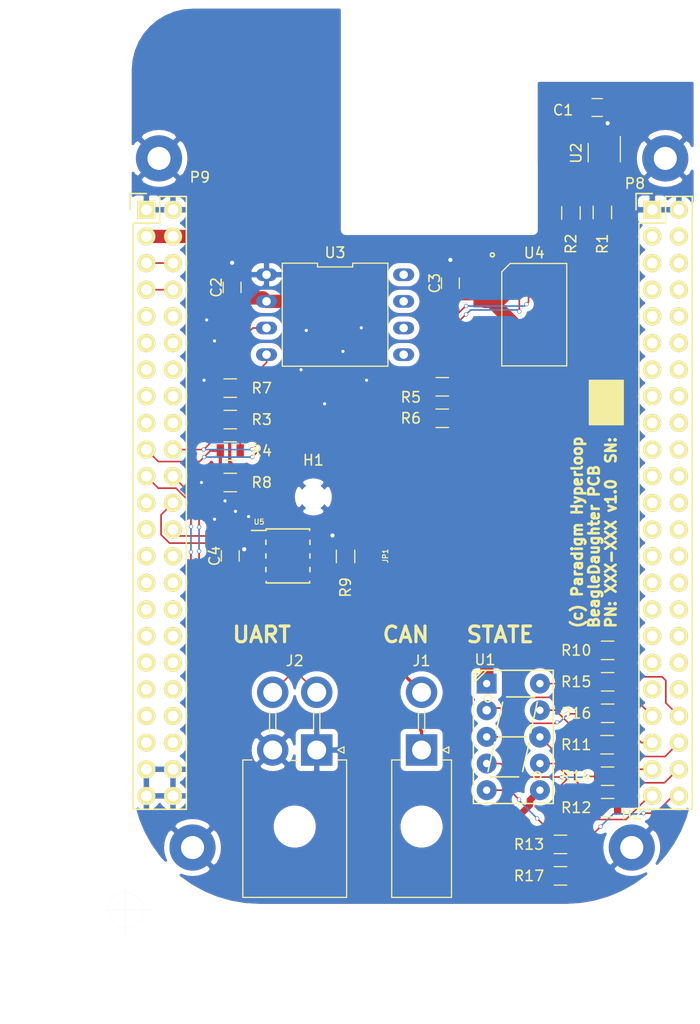
<source format=kicad_pcb>
(kicad_pcb (version 20171130) (host pcbnew "(5.1.2-1)-1")
  (layers (0 F.Cu signal) (31 B.Cu signal) (34 B.Paste user) (35 F.Paste user) (36 B.SilkS user) (37 F.SilkS user) (38 B.Mask user) (39 F.Mask user) (44 Edge.Cuts user))
  (net 0 "")
  (net 1 GNDD)
  (net 2 +3V3)
  (net 3 +5V)
  (net 4 SYS_5V)
  (net 5 /I2C2_SCL)
  (net 6 /I2C2_SDA)
  (net 7 "Net-(R1-Pad2)")
  (net 8 "Net-(R2-Pad2)")
  (net 9 "Net-(R3-Pad2)")
  (net 10 "Net-(R4-Pad2)")
  (net 11 "Net-(R5-Pad2)")
  (net 12 "Net-(R6-Pad2)")
  (net 13 /UART2_TXD)
  (net 14 /UART2_RXD)
  (net 15 /CAN_H)
  (net 16 /CAN_L)
  (net 17 "Net-(JP1-Pad1)")
  (net 18 /sevseg_F)
  (net 19 /sevseg_G)
  (net 20 /sevseg_E)
  (net 21 /sevseg_D)
  (net 22 /sevseg_DP)
  (net 23 /sevseg_C)
  (net 24 /sevseg_B)
  (net 25 /sevseg_A)
  (net 26 /CAN_RD)
  (net 27 /CAN_TD)
  (net 28 "Net-(R10-Pad1)")
  (net 29 "Net-(R11-Pad1)")
  (net 30 "Net-(R12-Pad1)")
  (net 31 "Net-(R13-Pad1)")
  (net 32 "Net-(R14-Pad1)")
  (net 33 "Net-(R15-Pad1)")
  (net 34 "Net-(R16-Pad1)")
  (net 35 "Net-(R17-Pad1)")
  (module Socket_BeagleBone_Black:Socket_BeagleBone_Black (layer F.Cu) (at 164.6301 62.3824)
    (fp_text reference P8 (at -1.66 -2.5) (layer F.SilkS))
    (fp_text value BeagleBone_Black_Header)
    (pad 1 thru_hole rect (at 0 0) (size 1.7272 1.7272) (drill 1.016) (layers *.Cu *.Mask F.SilkS) (net 1 GNDD))
    (pad 2 thru_hole oval (at 2.54 0) (size 1.7272 1.7272) (drill 1.016) (layers *.Cu *.Mask F.SilkS) (net 1 GNDD))
    (pad 3 thru_hole oval (at 0 2.54) (size 1.7272 1.7272) (drill 1.016) (layers *.Cu *.Mask F.SilkS))
    (pad 4 thru_hole oval (at 2.54 2.54) (size 1.7272 1.7272) (drill 1.016) (layers *.Cu *.Mask F.SilkS))
    (pad 5 thru_hole oval (at 0 5.08) (size 1.7272 1.7272) (drill 1.016) (layers *.Cu *.Mask F.SilkS))
    (pad 6 thru_hole oval (at 2.54 5.08) (size 1.7272 1.7272) (drill 1.016) (layers *.Cu *.Mask F.SilkS))
    (pad 7 thru_hole oval (at 0 7.62) (size 1.7272 1.7272) (drill 1.016) (layers *.Cu *.Mask F.SilkS))
    (pad 8 thru_hole oval (at 2.54 7.62) (size 1.7272 1.7272) (drill 1.016) (layers *.Cu *.Mask F.SilkS))
    (pad 9 thru_hole oval (at 0 10.16) (size 1.7272 1.7272) (drill 1.016) (layers *.Cu *.Mask F.SilkS))
    (pad 10 thru_hole oval (at 2.54 10.16) (size 1.7272 1.7272) (drill 1.016) (layers *.Cu *.Mask F.SilkS))
    (pad 11 thru_hole oval (at 0 12.7) (size 1.7272 1.7272) (drill 1.016) (layers *.Cu *.Mask F.SilkS))
    (pad 12 thru_hole oval (at 2.54 12.7) (size 1.7272 1.7272) (drill 1.016) (layers *.Cu *.Mask F.SilkS))
    (pad 13 thru_hole oval (at 0 15.24) (size 1.7272 1.7272) (drill 1.016) (layers *.Cu *.Mask F.SilkS))
    (pad 14 thru_hole oval (at 2.54 15.24) (size 1.7272 1.7272) (drill 1.016) (layers *.Cu *.Mask F.SilkS))
    (pad 15 thru_hole oval (at 0 17.78) (size 1.7272 1.7272) (drill 1.016) (layers *.Cu *.Mask F.SilkS))
    (pad 16 thru_hole oval (at 2.54 17.78) (size 1.7272 1.7272) (drill 1.016) (layers *.Cu *.Mask F.SilkS))
    (pad 17 thru_hole oval (at 0 20.32) (size 1.7272 1.7272) (drill 1.016) (layers *.Cu *.Mask F.SilkS))
    (pad 18 thru_hole oval (at 2.54 20.32) (size 1.7272 1.7272) (drill 1.016) (layers *.Cu *.Mask F.SilkS))
    (pad 19 thru_hole oval (at 0 22.86) (size 1.7272 1.7272) (drill 1.016) (layers *.Cu *.Mask F.SilkS))
    (pad 20 thru_hole oval (at 2.54 22.86) (size 1.7272 1.7272) (drill 1.016) (layers *.Cu *.Mask F.SilkS))
    (pad 21 thru_hole oval (at 0 25.4) (size 1.7272 1.7272) (drill 1.016) (layers *.Cu *.Mask F.SilkS))
    (pad 22 thru_hole oval (at 2.54 25.4) (size 1.7272 1.7272) (drill 1.016) (layers *.Cu *.Mask F.SilkS))
    (pad 23 thru_hole oval (at 0 27.94) (size 1.7272 1.7272) (drill 1.016) (layers *.Cu *.Mask F.SilkS))
    (pad 24 thru_hole oval (at 2.54 27.94) (size 1.7272 1.7272) (drill 1.016) (layers *.Cu *.Mask F.SilkS))
    (pad 25 thru_hole oval (at 0 30.48) (size 1.7272 1.7272) (drill 1.016) (layers *.Cu *.Mask F.SilkS))
    (pad 26 thru_hole oval (at 2.54 30.48) (size 1.7272 1.7272) (drill 1.016) (layers *.Cu *.Mask F.SilkS))
    (pad 27 thru_hole oval (at 0 33.02) (size 1.7272 1.7272) (drill 1.016) (layers *.Cu *.Mask F.SilkS))
    (pad 28 thru_hole oval (at 2.54 33.02) (size 1.7272 1.7272) (drill 1.016) (layers *.Cu *.Mask F.SilkS))
    (pad 29 thru_hole oval (at 0 35.56) (size 1.7272 1.7272) (drill 1.016) (layers *.Cu *.Mask F.SilkS))
    (pad 30 thru_hole oval (at 2.54 35.56) (size 1.7272 1.7272) (drill 1.016) (layers *.Cu *.Mask F.SilkS))
    (pad 31 thru_hole oval (at 0 38.1) (size 1.7272 1.7272) (drill 1.016) (layers *.Cu *.Mask F.SilkS))
    (pad 32 thru_hole oval (at 2.54 38.1) (size 1.7272 1.7272) (drill 1.016) (layers *.Cu *.Mask F.SilkS))
    (pad 33 thru_hole oval (at 0 40.64) (size 1.7272 1.7272) (drill 1.016) (layers *.Cu *.Mask F.SilkS))
    (pad 34 thru_hole oval (at 2.54 40.64) (size 1.7272 1.7272) (drill 1.016) (layers *.Cu *.Mask F.SilkS))
    (pad 35 thru_hole oval (at 0 43.18) (size 1.7272 1.7272) (drill 1.016) (layers *.Cu *.Mask F.SilkS))
    (pad 36 thru_hole oval (at 2.54 43.18) (size 1.7272 1.7272) (drill 1.016) (layers *.Cu *.Mask F.SilkS))
    (pad 37 thru_hole oval (at 0 45.72) (size 1.7272 1.7272) (drill 1.016) (layers *.Cu *.Mask F.SilkS))
    (pad 38 thru_hole oval (at 2.54 45.72) (size 1.7272 1.7272) (drill 1.016) (layers *.Cu *.Mask F.SilkS))
    (pad 39 thru_hole oval (at 0 48.26) (size 1.7272 1.7272) (drill 1.016) (layers *.Cu *.Mask F.SilkS) (net 18 /sevseg_F))
    (pad 40 thru_hole oval (at 2.54 48.26) (size 1.7272 1.7272) (drill 1.016) (layers *.Cu *.Mask F.SilkS) (net 25 /sevseg_A))
    (pad 41 thru_hole oval (at 0 50.8) (size 1.7272 1.7272) (drill 1.016) (layers *.Cu *.Mask F.SilkS) (net 19 /sevseg_G))
    (pad 42 thru_hole oval (at 2.54 50.8) (size 1.7272 1.7272) (drill 1.016) (layers *.Cu *.Mask F.SilkS) (net 24 /sevseg_B))
    (pad 43 thru_hole oval (at 0 53.34) (size 1.7272 1.7272) (drill 1.016) (layers *.Cu *.Mask F.SilkS) (net 20 /sevseg_E))
    (pad 44 thru_hole oval (at 2.54 53.34) (size 1.7272 1.7272) (drill 1.016) (layers *.Cu *.Mask F.SilkS) (net 23 /sevseg_C))
    (pad 45 thru_hole oval (at 0 55.88) (size 1.7272 1.7272) (drill 1.016) (layers *.Cu *.Mask F.SilkS) (net 21 /sevseg_D))
    (pad 46 thru_hole oval (at 2.54 55.88) (size 1.7272 1.7272) (drill 1.016) (layers *.Cu *.Mask F.SilkS) (net 22 /sevseg_DP))
  )
  (module Socket_BeagleBone_Black:Socket_BeagleBone_Black (layer F.Cu) (at 116.3701 62.3824)
    (fp_text reference P9 (at 5.1 -3.1) (layer F.SilkS))
    (fp_text value BeagleBone_Black_Header)
    (pad 1 thru_hole rect (at 0 0) (size 1.7272 1.7272) (drill 1.016) (layers *.Cu *.Mask F.SilkS) (net 1 GNDD))
    (pad 2 thru_hole oval (at 2.54 0) (size 1.7272 1.7272) (drill 1.016) (layers *.Cu *.Mask F.SilkS) (net 1 GNDD))
    (pad 3 thru_hole oval (at 0 2.54) (size 1.7272 1.7272) (drill 1.016) (layers *.Cu *.Mask F.SilkS) (net 2 +3V3))
    (pad 4 thru_hole oval (at 2.54 2.54) (size 1.7272 1.7272) (drill 1.016) (layers *.Cu *.Mask F.SilkS) (net 2 +3V3))
    (pad 5 thru_hole oval (at 0 5.08) (size 1.7272 1.7272) (drill 1.016) (layers *.Cu *.Mask F.SilkS) (net 3 +5V))
    (pad 6 thru_hole oval (at 2.54 5.08) (size 1.7272 1.7272) (drill 1.016) (layers *.Cu *.Mask F.SilkS) (net 3 +5V))
    (pad 7 thru_hole oval (at 0 7.62) (size 1.7272 1.7272) (drill 1.016) (layers *.Cu *.Mask F.SilkS) (net 4 SYS_5V))
    (pad 8 thru_hole oval (at 2.54 7.62) (size 1.7272 1.7272) (drill 1.016) (layers *.Cu *.Mask F.SilkS) (net 4 SYS_5V))
    (pad 9 thru_hole oval (at 0 10.16) (size 1.7272 1.7272) (drill 1.016) (layers *.Cu *.Mask F.SilkS))
    (pad 10 thru_hole oval (at 2.54 10.16) (size 1.7272 1.7272) (drill 1.016) (layers *.Cu *.Mask F.SilkS))
    (pad 11 thru_hole oval (at 0 12.7) (size 1.7272 1.7272) (drill 1.016) (layers *.Cu *.Mask F.SilkS))
    (pad 12 thru_hole oval (at 2.54 12.7) (size 1.7272 1.7272) (drill 1.016) (layers *.Cu *.Mask F.SilkS))
    (pad 13 thru_hole oval (at 0 15.24) (size 1.7272 1.7272) (drill 1.016) (layers *.Cu *.Mask F.SilkS))
    (pad 14 thru_hole oval (at 2.54 15.24) (size 1.7272 1.7272) (drill 1.016) (layers *.Cu *.Mask F.SilkS))
    (pad 15 thru_hole oval (at 0 17.78) (size 1.7272 1.7272) (drill 1.016) (layers *.Cu *.Mask F.SilkS))
    (pad 16 thru_hole oval (at 2.54 17.78) (size 1.7272 1.7272) (drill 1.016) (layers *.Cu *.Mask F.SilkS))
    (pad 17 thru_hole oval (at 0 20.32) (size 1.7272 1.7272) (drill 1.016) (layers *.Cu *.Mask F.SilkS))
    (pad 18 thru_hole oval (at 2.54 20.32) (size 1.7272 1.7272) (drill 1.016) (layers *.Cu *.Mask F.SilkS))
    (pad 19 thru_hole oval (at 0 22.86) (size 1.7272 1.7272) (drill 1.016) (layers *.Cu *.Mask F.SilkS) (net 5 /I2C2_SCL))
    (pad 20 thru_hole oval (at 2.54 22.86) (size 1.7272 1.7272) (drill 1.016) (layers *.Cu *.Mask F.SilkS) (net 6 /I2C2_SDA))
    (pad 21 thru_hole oval (at 0 25.4) (size 1.7272 1.7272) (drill 1.016) (layers *.Cu *.Mask F.SilkS) (net 13 /UART2_TXD))
    (pad 22 thru_hole oval (at 2.54 25.4) (size 1.7272 1.7272) (drill 1.016) (layers *.Cu *.Mask F.SilkS) (net 14 /UART2_RXD))
    (pad 23 thru_hole oval (at 0 27.94) (size 1.7272 1.7272) (drill 1.016) (layers *.Cu *.Mask F.SilkS))
    (pad 24 thru_hole oval (at 2.54 27.94) (size 1.7272 1.7272) (drill 1.016) (layers *.Cu *.Mask F.SilkS) (net 26 /CAN_RD))
    (pad 25 thru_hole oval (at 0 30.48) (size 1.7272 1.7272) (drill 1.016) (layers *.Cu *.Mask F.SilkS))
    (pad 26 thru_hole oval (at 2.54 30.48) (size 1.7272 1.7272) (drill 1.016) (layers *.Cu *.Mask F.SilkS) (net 27 /CAN_TD))
    (pad 27 thru_hole oval (at 0 33.02) (size 1.7272 1.7272) (drill 1.016) (layers *.Cu *.Mask F.SilkS))
    (pad 28 thru_hole oval (at 2.54 33.02) (size 1.7272 1.7272) (drill 1.016) (layers *.Cu *.Mask F.SilkS))
    (pad 29 thru_hole oval (at 0 35.56) (size 1.7272 1.7272) (drill 1.016) (layers *.Cu *.Mask F.SilkS))
    (pad 30 thru_hole oval (at 2.54 35.56) (size 1.7272 1.7272) (drill 1.016) (layers *.Cu *.Mask F.SilkS))
    (pad 31 thru_hole oval (at 0 38.1) (size 1.7272 1.7272) (drill 1.016) (layers *.Cu *.Mask F.SilkS))
    (pad 32 thru_hole oval (at 2.54 38.1) (size 1.7272 1.7272) (drill 1.016) (layers *.Cu *.Mask F.SilkS))
    (pad 33 thru_hole oval (at 0 40.64) (size 1.7272 1.7272) (drill 1.016) (layers *.Cu *.Mask F.SilkS))
    (pad 34 thru_hole oval (at 2.54 40.64) (size 1.7272 1.7272) (drill 1.016) (layers *.Cu *.Mask F.SilkS))
    (pad 35 thru_hole oval (at 0 43.18) (size 1.7272 1.7272) (drill 1.016) (layers *.Cu *.Mask F.SilkS))
    (pad 36 thru_hole oval (at 2.54 43.18) (size 1.7272 1.7272) (drill 1.016) (layers *.Cu *.Mask F.SilkS))
    (pad 37 thru_hole oval (at 0 45.72) (size 1.7272 1.7272) (drill 1.016) (layers *.Cu *.Mask F.SilkS))
    (pad 38 thru_hole oval (at 2.54 45.72) (size 1.7272 1.7272) (drill 1.016) (layers *.Cu *.Mask F.SilkS))
    (pad 39 thru_hole oval (at 0 48.26) (size 1.7272 1.7272) (drill 1.016) (layers *.Cu *.Mask F.SilkS))
    (pad 40 thru_hole oval (at 2.54 48.26) (size 1.7272 1.7272) (drill 1.016) (layers *.Cu *.Mask F.SilkS))
    (pad 41 thru_hole oval (at 0 50.8) (size 1.7272 1.7272) (drill 1.016) (layers *.Cu *.Mask F.SilkS))
    (pad 42 thru_hole oval (at 2.54 50.8) (size 1.7272 1.7272) (drill 1.016) (layers *.Cu *.Mask F.SilkS))
    (pad 43 thru_hole oval (at 0 53.34) (size 1.7272 1.7272) (drill 1.016) (layers *.Cu *.Mask F.SilkS) (net 1 GNDD))
    (pad 44 thru_hole oval (at 2.54 53.34) (size 1.7272 1.7272) (drill 1.016) (layers *.Cu *.Mask F.SilkS) (net 1 GNDD))
    (pad 45 thru_hole oval (at 0 55.88) (size 1.7272 1.7272) (drill 1.016) (layers *.Cu *.Mask F.SilkS) (net 1 GNDD))
    (pad 46 thru_hole oval (at 2.54 55.88) (size 1.7272 1.7272) (drill 1.016) (layers *.Cu *.Mask F.SilkS) (net 1 GNDD))
  )
  (module "BeagleCape V2-STRIDE:DIP8_2.54_W13.8" (layer F.Cu) (at 134.3701 72.3824 270)
    (fp_text reference U3 (at -5.91 0) (layer F.SilkS))
    (fp_text value HSCDANN030PA2A3)
    (pad 8 thru_hole oval (at -3.81 -6.54 270) (size 1.2 2) (drill 0.813) (layers *.Cu *.Mask))
    (pad 1 thru_hole oval (at -3.81 6.54 270) (size 1.2 2) (drill 0.813) (layers *.Cu *.Mask) (net 1 GNDD))
    (pad 7 thru_hole oval (at -1.27 -6.54 270) (size 1.2 2) (drill 0.813) (layers *.Cu *.Mask))
    (pad 2 thru_hole oval (at -1.27 6.54 270) (size 1.2 2) (drill 0.813) (layers *.Cu *.Mask) (net 2 +3V3))
    (pad 6 thru_hole oval (at 1.27 -6.54 270) (size 1.2 2) (drill 0.813) (layers *.Cu *.Mask))
    (pad 3 thru_hole oval (at 1.27 6.54 270) (size 1.2 2) (drill 0.813) (layers *.Cu *.Mask) (net 9 "Net-(R3-Pad2)"))
    (pad 5 thru_hole oval (at 3.81 -6.54 270) (size 1.2 2) (drill 0.813) (layers *.Cu *.Mask))
    (pad 4 thru_hole oval (at 3.81 6.54 270) (size 1.2 2) (drill 0.813) (layers *.Cu *.Mask) (net 10 "Net-(R4-Pad2)"))
  )
  (module "BeagleCape V2-STRIDE:SOIC-8-2.54-W9.4" (layer F.Cu) (at 153.3701 72.3824 270)
    (fp_text reference U4 (at -5.8815 0) (layer F.SilkS))
    (fp_text value HSCMAND060PA3A3)
    (pad 8 smd rect (at -3.81 -4.7 270) (size 1.143 2.2) (layers F.Cu F.Paste F.Mask))
    (pad 1 smd rect (at -3.81 4.7 270) (size 1.143 2.2) (layers F.Cu F.Paste F.Mask) (net 1 GNDD))
    (pad 7 smd rect (at -1.27 -4.7 270) (size 1.143 2.2) (layers F.Cu F.Paste F.Mask))
    (pad 2 smd rect (at -1.27 4.7 270) (size 1.143 2.2) (layers F.Cu F.Paste F.Mask) (net 2 +3V3))
    (pad 6 smd rect (at 1.27 -4.7 270) (size 1.143 2.2) (layers F.Cu F.Paste F.Mask))
    (pad 3 smd rect (at 1.27 4.7 270) (size 1.143 2.2) (layers F.Cu F.Paste F.Mask) (net 11 "Net-(R5-Pad2)"))
    (pad 5 smd rect (at 3.81 -4.7 270) (size 1.143 2.2) (layers F.Cu F.Paste F.Mask))
    (pad 4 smd rect (at 3.81 4.7 270) (size 1.143 2.2) (layers F.Cu F.Paste F.Mask) (net 12 "Net-(R6-Pad2)"))
  )
  (module Capacitors_SMD:C_0805 (layer F.Cu) (at 124.5451 69.7824 90)
    (fp_text reference C2 (at 0 -1.5 90) (layer F.SilkS))
    (fp_text value 0.1u)
    (pad 2 smd rect (at 1 0 90) (size 1 1.25) (layers F.Cu F.Paste F.Mask) (net 1 GNDD))
    (pad 1 smd rect (at -1 0 90) (size 1 1.25) (layers F.Cu F.Paste F.Mask) (net 2 +3V3))
  )
  (module Capacitors_SMD:C_0805 (layer F.Cu) (at 145.3701 69.3824 90)
    (fp_text reference C3 (at 0 -1.5 90) (layer F.SilkS))
    (fp_text value 0.1u)
    (pad 1 smd rect (at -1 0 90) (size 1 1.25) (layers F.Cu F.Paste F.Mask) (net 2 +3V3))
    (pad 2 smd rect (at 1 0 90) (size 1 1.25) (layers F.Cu F.Paste F.Mask) (net 1 GNDD))
  )
  (module Resistors_SMD:R_0805 (layer F.Cu) (at 124.3701 82.3824)
    (fp_text reference R3 (at 3 0) (layer F.SilkS))
    (fp_text value 0)
    (pad 2 smd rect (at 0.95 0) (size 0.7 1.3) (layers F.Cu F.Paste F.Mask) (net 9 "Net-(R3-Pad2)"))
    (pad 1 smd rect (at -0.95 0) (size 0.7 1.3) (layers F.Cu F.Paste F.Mask) (net 6 /I2C2_SDA))
  )
  (module Resistors_SMD:R_0805 (layer F.Cu) (at 124.3701 85.3824)
    (fp_text reference R4 (at 3 0) (layer F.SilkS))
    (fp_text value 0)
    (pad 1 smd rect (at -0.95 0) (size 0.7 1.3) (layers F.Cu F.Paste F.Mask) (net 5 /I2C2_SCL))
    (pad 2 smd rect (at 0.95 0) (size 0.7 1.3) (layers F.Cu F.Paste F.Mask) (net 10 "Net-(R4-Pad2)"))
  )
  (module Resistors_SMD:R_0805 (layer F.Cu) (at 144.5951 79.2574)
    (fp_text reference R5 (at -3 1) (layer F.SilkS))
    (fp_text value 0)
    (pad 2 smd rect (at 0.95 0) (size 0.7 1.3) (layers F.Cu F.Paste F.Mask) (net 11 "Net-(R5-Pad2)"))
    (pad 1 smd rect (at -0.95 0) (size 0.7 1.3) (layers F.Cu F.Paste F.Mask) (net 6 /I2C2_SDA))
  )
  (module Resistors_SMD:R_0805 (layer F.Cu) (at 144.5951 82.2574)
    (fp_text reference R6 (at -3 0) (layer F.SilkS))
    (fp_text value 0)
    (pad 1 smd rect (at -0.95 0) (size 0.7 1.3) (layers F.Cu F.Paste F.Mask) (net 5 /I2C2_SCL))
    (pad 2 smd rect (at 0.95 0) (size 0.7 1.3) (layers F.Cu F.Paste F.Mask) (net 12 "Net-(R6-Pad2)"))
  )
  (module Resistors_SMD:R_0805 (layer F.Cu) (at 124.3701 79.3824 180)
    (fp_text reference R7 (at -3 0) (layer F.SilkS))
    (fp_text value 4k7)
    (pad 2 smd rect (at 0.95 0 180) (size 0.7 1.3) (layers F.Cu F.Paste F.Mask) (net 6 /I2C2_SDA))
    (pad 1 smd rect (at -0.95 0 180) (size 0.7 1.3) (layers F.Cu F.Paste F.Mask) (net 2 +3V3))
  )
  (module Resistors_SMD:R_0805 (layer F.Cu) (at 124.3701 88.3824 180)
    (fp_text reference R8 (at -3 0) (layer F.SilkS))
    (fp_text value 4k7)
    (pad 1 smd rect (at -0.95 0 180) (size 0.7 1.3) (layers F.Cu F.Paste F.Mask) (net 2 +3V3))
    (pad 2 smd rect (at 0.95 0 180) (size 0.7 1.3) (layers F.Cu F.Paste F.Mask) (net 5 /I2C2_SCL))
  )
  (module Capacitors_SMD:C_0805 (layer F.Cu) (at 159.3701 52.6324)
    (fp_text reference C1 (at -3.25 0.25) (layer F.SilkS))
    (fp_text value 0.1u)
    (pad 2 smd rect (at 1 0) (size 1 1.25) (layers F.Cu F.Paste F.Mask) (net 1 GNDD))
    (pad 1 smd rect (at -1 0) (size 1 1.25) (layers F.Cu F.Paste F.Mask) (net 2 +3V3))
  )
  (module Resistors_SMD:R_0805 (layer F.Cu) (at 159.8701 62.6324 90)
    (fp_text reference R1 (at -3 0 90) (layer F.SilkS))
    (fp_text value 0)
    (pad 2 smd rect (at 0.95 0 90) (size 0.7 1.3) (layers F.Cu F.Paste F.Mask) (net 7 "Net-(R1-Pad2)"))
    (pad 1 smd rect (at -0.95 0 90) (size 0.7 1.3) (layers F.Cu F.Paste F.Mask) (net 6 /I2C2_SDA))
  )
  (module Resistors_SMD:R_0805 (layer F.Cu) (at 156.8701 62.6824 90)
    (fp_text reference R2 (at -2.95 0 90) (layer F.SilkS))
    (fp_text value 0)
    (pad 1 smd rect (at -0.95 0 90) (size 0.7 1.3) (layers F.Cu F.Paste F.Mask) (net 5 /I2C2_SCL))
    (pad 2 smd rect (at 0.95 0 90) (size 0.7 1.3) (layers F.Cu F.Paste F.Mask) (net 8 "Net-(R2-Pad2)"))
  )
  (module TO_SOT_Packages_SMD:TSOT-23-5 (layer F.Cu) (at 160.0701 56.9424 270)
    (fp_text reference U2 (at 0.04 2.7 90) (layer F.SilkS))
    (fp_text value TC74A0-3.3VCTTR)
    (pad 5 smd rect (at 1.31 -0.95 270) (size 1.22 0.65) (layers F.Cu F.Paste F.Mask) (net 7 "Net-(R1-Pad2)"))
    (pad 4 smd rect (at 1.31 0.95 270) (size 1.22 0.65) (layers F.Cu F.Paste F.Mask) (net 8 "Net-(R2-Pad2)"))
    (pad 3 smd rect (at -1.31 0.95 270) (size 1.22 0.65) (layers F.Cu F.Paste F.Mask) (net 2 +3V3))
    (pad 2 smd rect (at -1.31 0 270) (size 1.22 0.65) (layers F.Cu F.Paste F.Mask) (net 1 GNDD))
    (pad 1 smd rect (at -1.31 -0.95 270) (size 1.22 0.65) (layers F.Cu F.Paste F.Mask))
  )
  (module Displays_7-Segment:HDSP-78xx (layer F.Cu) (at 151.3701 112.6324)
    (fp_text reference U1 (at -2.7 -7.35) (layer F.SilkS))
    (fp_text value HDSP-A151)
    (pad "" thru_hole circle (at -2.54 -2.54) (size 1.397 1.397) (drill 0.8128) (layers *.Cu *.Mask))
    (pad 10 thru_hole circle (at 2.54 -5.08) (size 1.89992 1.89992) (drill 0.70104) (layers *.Cu *.Mask) (net 28 "Net-(R10-Pad1)"))
    (pad 9 thru_hole circle (at 2.54 -2.54) (size 1.89992 1.89992) (drill 0.70104) (layers *.Cu *.Mask) (net 29 "Net-(R11-Pad1)"))
    (pad 8 thru_hole circle (at 2.54 0) (size 2.032 2.032) (drill 0.70104) (layers *.Cu *.Mask) (net 30 "Net-(R12-Pad1)"))
    (pad 7 thru_hole circle (at 2.54 2.54) (size 1.89992 1.89992) (drill 0.70104) (layers *.Cu *.Mask) (net 35 "Net-(R17-Pad1)"))
    (pad 6 thru_hole circle (at 2.54 5.08) (size 1.89992 1.89992) (drill 0.70104) (layers *.Cu *.Mask) (net 2 +3V3))
    (pad 5 thru_hole circle (at -2.54 5.08) (size 1.89992 1.89992) (drill 0.70104) (layers *.Cu *.Mask) (net 31 "Net-(R13-Pad1)"))
    (pad 4 thru_hole circle (at -2.54 2.54) (size 1.89992 1.89992) (drill 0.70104) (layers *.Cu *.Mask) (net 32 "Net-(R14-Pad1)"))
    (pad 3 thru_hole circle (at -2.54 0) (size 1.89992 1.89992) (drill 0.70104) (layers *.Cu *.Mask) (net 34 "Net-(R16-Pad1)"))
    (pad 2 thru_hole circle (at -2.54 -2.54) (size 1.89992 1.89992) (drill 0.70104) (layers *.Cu *.Mask) (net 33 "Net-(R15-Pad1)"))
    (pad 1 thru_hole rect (at -2.54 -5.08) (size 1.89992 1.89992) (drill 0.70104) (layers *.Cu *.Mask) (net 2 +3V3))
  )
  (module Capacitors_SMD:C_0805 (layer F.Cu) (at 124.3701 95.3824 90)
    (fp_text reference C4 (at 0 -1.5 90) (layer F.SilkS))
    (fp_text value 0.1u)
    (pad 2 smd rect (at 1 0 90) (size 1 1.25) (layers F.Cu F.Paste F.Mask) (net 1 GNDD))
    (pad 1 smd rect (at -1 0 90) (size 1 1.25) (layers F.Cu F.Paste F.Mask) (net 2 +3V3))
  )
  (module Connectors_Molex:Molex_MiniFit-JR-5569-02A2_2x01x4.20mm_Angled (layer F.Cu) (at 142.6201 113.8824 180)
    (fp_text reference J1 (at 0 8.5) (layer F.SilkS))
    (fp_text value CAN)
    (pad "" np_thru_hole circle (at 0 -7.3 180) (size 3 3) (drill 3) (layers *.Cu *.Mask))
    (pad 2 thru_hole circle (at 0 5.5 180) (size 3 3) (drill 1.8) (layers *.Cu *.Mask) (net 15 /CAN_H))
    (pad 1 thru_hole rect (at 0 0 180) (size 3 3) (drill 1.8) (layers *.Cu *.Mask) (net 16 /CAN_L))
  )
  (module Connectors_Molex:Molex_MiniFit-JR-5569-04A2_2x02x4.20mm_Angled (layer F.Cu) (at 132.6201 113.8824 180)
    (fp_text reference J2 (at 2.1 8.5) (layer F.SilkS))
    (fp_text value Conn_01x04)
    (pad "" np_thru_hole circle (at 2.1 -7.3 180) (size 3 3) (drill 3) (layers *.Cu *.Mask))
    (pad 4 thru_hole circle (at 4.2 5.5 180) (size 3 3) (drill 1.8) (layers *.Cu *.Mask) (net 13 /UART2_TXD))
    (pad 3 thru_hole circle (at 0 5.5 180) (size 3 3) (drill 1.8) (layers *.Cu *.Mask) (net 14 /UART2_RXD))
    (pad 2 thru_hole circle (at 4.2 0 180) (size 3 3) (drill 1.8) (layers *.Cu *.Mask) (net 1 GNDD))
    (pad 1 thru_hole rect (at 0 0 180) (size 3 3) (drill 1.8) (layers *.Cu *.Mask) (net 1 GNDD))
  )
  (module µ104KiCAD:JUMPER_EGG (layer F.Cu) (at 137.8701 95.3824 270)
    (fp_text reference JP1 (at 0 -1.3 90) (layer F.SilkS) (effects (font (size 0.5 0.5) (thickness 0.1))))
    (fp_text value Open hide)
    (pad 1 smd trapezoid (at -0.94 0 90) (size 0.1 0.5) (rect_delta 0.3 0) (layers F.Cu F.Mask) (net 17 "Net-(JP1-Pad1)"))
    (pad 1 smd trapezoid (at -0.74 0 90) (size 0.3 1.1) (rect_delta 0.3 0) (layers F.Cu F.Mask) (net 17 "Net-(JP1-Pad1)"))
    (pad 1 smd trapezoid (at -0.39 0 90) (size 0.4 1.55) (rect_delta 0.15 0) (layers F.Cu F.Mask) (net 17 "Net-(JP1-Pad1)"))
    (pad 2 smd trapezoid (at 0.39 0 270) (size 0.4 1.55) (rect_delta 0.15 0) (layers F.Cu F.Mask) (net 16 /CAN_L))
    (pad 2 smd trapezoid (at 0.74 0 270) (size 0.3 1.1) (rect_delta 0.3 0) (layers F.Cu F.Mask) (net 16 /CAN_L))
    (pad 2 smd trapezoid (at 0.94 0 270) (size 0.1 0.5) (rect_delta 0.3 0) (layers F.Cu F.Mask) (net 16 /CAN_L))
  )
  (module Resistors_SMD:R_0805 (layer F.Cu) (at 135.3701 95.4324 90)
    (fp_text reference R9 (at -2.95 0 90) (layer F.SilkS))
    (fp_text value 120)
    (pad 2 smd rect (at 0.95 0 90) (size 0.7 1.3) (layers F.Cu F.Paste F.Mask) (net 15 /CAN_H))
    (pad 1 smd rect (at -0.95 0 90) (size 0.7 1.3) (layers F.Cu F.Paste F.Mask) (net 17 "Net-(JP1-Pad1)"))
  )
  (module Resistors_SMD:R_0805 (layer F.Cu) (at 160.3701 104.3824)
    (fp_text reference R10 (at -3 0 180) (layer F.SilkS))
    (fp_text value 300)
    (pad 1 smd rect (at -0.95 0) (size 0.7 1.3) (layers F.Cu F.Paste F.Mask) (net 28 "Net-(R10-Pad1)"))
    (pad 2 smd rect (at 0.95 0) (size 0.7 1.3) (layers F.Cu F.Paste F.Mask) (net 25 /sevseg_A))
  )
  (module Resistors_SMD:R_0805 (layer F.Cu) (at 160.3201 113.3824)
    (fp_text reference R11 (at -2.95 0) (layer F.SilkS))
    (fp_text value 300)
    (pad 2 smd rect (at 0.95 0) (size 0.7 1.3) (layers F.Cu F.Paste F.Mask) (net 24 /sevseg_B))
    (pad 1 smd rect (at -0.95 0) (size 0.7 1.3) (layers F.Cu F.Paste F.Mask) (net 29 "Net-(R11-Pad1)"))
  )
  (module Resistors_SMD:R_0805 (layer F.Cu) (at 160.3701 119.3824)
    (fp_text reference R12 (at -3 0) (layer F.SilkS))
    (fp_text value 300)
    (pad 1 smd rect (at -0.95 0) (size 0.7 1.3) (layers F.Cu F.Paste F.Mask) (net 30 "Net-(R12-Pad1)"))
    (pad 2 smd rect (at 0.95 0) (size 0.7 1.3) (layers F.Cu F.Paste F.Mask) (net 23 /sevseg_C))
  )
  (module Resistors_SMD:R_0805 (layer F.Cu) (at 155.8701 122.8824)
    (fp_text reference R13 (at -3 0) (layer F.SilkS))
    (fp_text value 300)
    (pad 2 smd rect (at 0.95 0) (size 0.7 1.3) (layers F.Cu F.Paste F.Mask) (net 21 /sevseg_D))
    (pad 1 smd rect (at -0.95 0) (size 0.7 1.3) (layers F.Cu F.Paste F.Mask) (net 31 "Net-(R13-Pad1)"))
  )
  (module Resistors_SMD:R_0805 (layer F.Cu) (at 160.3701 116.3824)
    (fp_text reference R14 (at -3 0) (layer F.SilkS))
    (fp_text value 300)
    (pad 1 smd rect (at -0.95 0) (size 0.7 1.3) (layers F.Cu F.Paste F.Mask) (net 32 "Net-(R14-Pad1)"))
    (pad 2 smd rect (at 0.95 0) (size 0.7 1.3) (layers F.Cu F.Paste F.Mask) (net 20 /sevseg_E))
  )
  (module Resistors_SMD:R_0805 (layer F.Cu) (at 160.3701 107.3824)
    (fp_text reference R15 (at -3 0) (layer F.SilkS))
    (fp_text value 300)
    (pad 2 smd rect (at 0.95 0) (size 0.7 1.3) (layers F.Cu F.Paste F.Mask) (net 18 /sevseg_F))
    (pad 1 smd rect (at -0.95 0) (size 0.7 1.3) (layers F.Cu F.Paste F.Mask) (net 33 "Net-(R15-Pad1)"))
  )
  (module Resistors_SMD:R_0805 (layer F.Cu) (at 160.3701 110.3824)
    (fp_text reference R16 (at -3 0 180) (layer F.SilkS))
    (fp_text value 300)
    (pad 1 smd rect (at -0.95 0) (size 0.7 1.3) (layers F.Cu F.Paste F.Mask) (net 34 "Net-(R16-Pad1)"))
    (pad 2 smd rect (at 0.95 0) (size 0.7 1.3) (layers F.Cu F.Paste F.Mask) (net 19 /sevseg_G))
  )
  (module Resistors_SMD:R_0805 (layer F.Cu) (at 155.8701 125.8824)
    (fp_text reference R17 (at -3 0) (layer F.SilkS))
    (fp_text value 300)
    (pad 2 smd rect (at 0.95 0) (size 0.7 1.3) (layers F.Cu F.Paste F.Mask) (net 22 /sevseg_DP))
    (pad 1 smd rect (at -0.95 0) (size 0.7 1.3) (layers F.Cu F.Paste F.Mask) (net 35 "Net-(R17-Pad1)"))
  )
  (module µ104KiCAD_IC:SOIC-8_N (layer F.Cu) (at 129.8701 95.3824)
    (fp_text reference U5 (at -2.75 -3.25) (layer F.SilkS) (effects (font (size 0.5 0.5) (thickness 0.1))))
    (fp_text value SN65HVD230)
    (pad 1 smd rect (at -2.7 -1.905) (size 1.55 0.6) (layers F.Cu F.Paste F.Mask) (net 27 /CAN_TD))
    (pad 2 smd rect (at -2.7 -0.635) (size 1.55 0.6) (layers F.Cu F.Paste F.Mask) (net 1 GNDD))
    (pad 3 smd rect (at -2.7 0.635) (size 1.55 0.6) (layers F.Cu F.Paste F.Mask) (net 2 +3V3))
    (pad 4 smd rect (at -2.7 1.905) (size 1.55 0.6) (layers F.Cu F.Paste F.Mask) (net 26 /CAN_RD))
    (pad 5 smd rect (at 2.7 1.905) (size 1.55 0.6) (layers F.Cu F.Paste F.Mask))
    (pad 6 smd rect (at 2.7 0.635) (size 1.55 0.6) (layers F.Cu F.Paste F.Mask) (net 16 /CAN_L))
    (pad 7 smd rect (at 2.7 -0.635) (size 1.55 0.6) (layers F.Cu F.Paste F.Mask) (net 15 /CAN_H))
    (pad 8 smd rect (at 2.7 -1.905) (size 1.55 0.6) (layers F.Cu F.Paste F.Mask) (net 1 GNDD))
  )
  (module Mounting_Holes:MountingHole_2.5mm (layer F.Cu) (at 132.2951 89.7574)
    (fp_text reference H1 (at 0 -3.5) (layer F.SilkS))
    (fp_text value M3)
    (pad 1 np_thru_hole circle (at 0 0) (size 2.5 2.5) (drill 2.5) (layers *.Cu *.Mask) (net 1 GNDD))
  )
  (module Mounting_Holes:MountingHole_2.2mm_M2_Pad (layer F.Cu) (at 165.8701 57.4824)
    (fp_text reference H3 hide)
    (fp_text value M2)
    (pad 1 thru_hole circle (at 0 0) (size 4.4 4.4) (drill 2.2) (layers *.Cu *.Mask) (net 1 GNDD))
  )
  (module Mounting_Holes:MountingHole_2.2mm_M2_Pad (layer F.Cu) (at 117.5701 57.4824)
    (fp_text reference H4 hide)
    (fp_text value M2)
    (pad 1 thru_hole circle (at 0 0) (size 4.4 4.4) (drill 2.2) (layers *.Cu *.Mask) (net 1 GNDD))
  )
  (module Mounting_Holes:MountingHole_2.2mm_M2_Pad (layer F.Cu) (at 162.6701 123.1824)
    (fp_text reference H5 hide)
    (fp_text value M2)
    (pad 1 thru_hole circle (at -41.9 0) (size 4.4 4.4) (drill 2.2) (layers *.Cu *.Mask) (net 1 GNDD))
  )
  (module Mounting_Holes:MountingHole_2.2mm_M2_Pad (layer F.Cu) (at 162.6701 123.1824)
    (fp_text reference H2 (at 0 -3.2) (layer F.SilkS))
    (fp_text value M2)
    (pad 1 thru_hole circle (at 0 0) (size 4.4 4.4) (drill 2.2) (layers *.Cu *.Mask) (net 1 GNDD))
  )
  (gr_poly (pts (xy 158.6201 78.6324) (xy 158.6201 82.8824) (xy 161.8701 82.8824) (xy 161.8701 78.6324)) (layer F.SilkS) (width 0.1))
  (gr_text "STATE\n" (at 150.1201 102.8824) (layer F.SilkS) (effects (font (size 1.5 1.5) (thickness 0.3))))
  (gr_text UART (at 127.3701 102.8824) (layer F.SilkS) (effects (font (size 1.5 1.5) (thickness 0.3))))
  (gr_text CAN (at 141.1201 102.8824) (layer F.SilkS) (effects (font (size 1.5 1.5) (thickness 0.3))))
  (target plus (at 114.3701 129.1324) (size 5) (width 0.00254) (layer Edge.Cuts))
  (target plus (at 114.3701 129.1324) (size 5) (width 0.00254) (layer Edge.Cuts))
  (target plus (at 114.3701 129.1324) (size 5) (width 0.00254) (layer Edge.Cuts))
  (gr_text "(c) Paradigm Hyperloop\nBeagleDaughter PCB\nPN: XXX-XXX v1.0  SN:" (at 159.0701 102.3824 90) (layer F.SilkS) (effects (font (size 1 1) (thickness 0.25)) (justify left)))
  (gr_arc (start 127.1651 116.3574) (end 127.1651 129.0574) (angle 90) (layer Edge.Cuts) (width 0.00254))
  (gr_arc (start 156.3751 116.3574) (end 169.0751 116.3574) (angle 90) (layer Edge.Cuts) (width 0.00254))
  (gr_arc (start 120.8151 49.0474) (end 114.4651 49.0474) (angle 90) (layer Edge.Cuts) (width 0.00254))
  (gr_line (start 135.4201 42.6974) (end 120.8151 42.6974) (layer Edge.Cuts) (width 0.00254))
  (gr_line (start 135.4201 64.2874) (end 135.4201 42.6974) (layer Edge.Cuts) (width 0.00254))
  (gr_line (start 153.2001 64.2874) (end 135.4201 64.2874) (layer Edge.Cuts) (width 0.00254))
  (gr_line (start 153.2001 49.6824) (end 153.2001 64.2874) (layer Edge.Cuts) (width 0.00254))
  (gr_line (start 169.0751 49.6824) (end 153.2001 49.6824) (layer Edge.Cuts) (width 0.00254))
  (gr_line (start 169.0751 116.3574) (end 169.0751 49.6824) (layer Edge.Cuts) (width 0.00254))
  (gr_line (start 127.1651 129.0574) (end 156.3751 129.0574) (layer Edge.Cuts) (width 0.00254))
  (gr_line (start 114.4651 49.0474) (end 114.4651 116.3574) (layer Edge.Cuts) (width 0.00254))
  (segment (start 124.7551 68.5724) (end 124.5451 68.7824) (width 0.3048) (layer F.Cu) (net 1))
  (segment (start 127.8301 68.5724) (end 124.7551 68.5724) (width 0.3048) (layer F.Cu) (net 1))
  (via (at 124.5451 67.4324) (size 0.6) (drill 0.4) (layers F.Cu B.Cu) (net 1))
  (segment (start 124.5451 68.7824) (end 124.5451 67.4324) (width 0.3048) (layer F.Cu) (net 1))
  (segment (start 145.5601 68.5724) (end 145.3701 68.3824) (width 0.3048) (layer F.Cu) (net 1))
  (segment (start 148.6701 68.5724) (end 145.5601 68.5724) (width 0.3048) (layer F.Cu) (net 1))
  (via (at 145.3701 67.1574) (size 0.6) (drill 0.4) (layers F.Cu B.Cu) (net 1))
  (segment (start 145.3701 68.3824) (end 145.3701 67.1574) (width 0.3048) (layer F.Cu) (net 1))
  (via (at 160.3701 54.1324) (size 0.6) (drill 0.4) (layers F.Cu B.Cu) (net 1))
  (segment (start 160.0701 54.4324) (end 160.3701 54.1324) (width 0.3048) (layer F.Cu) (net 1))
  (segment (start 160.0701 55.6324) (end 160.0701 54.4324) (width 0.3048) (layer F.Cu) (net 1))
  (segment (start 160.3701 52.6324) (end 160.3701 54.1324) (width 0.3048) (layer F.Cu) (net 1))
  (via (at 134.1201 93.4324) (size 0.6) (drill 0.4) (layers F.Cu B.Cu) (net 1))
  (segment (start 134.0751 93.4774) (end 134.1201 93.4324) (width 0.3048) (layer F.Cu) (net 1))
  (segment (start 132.5701 93.4774) (end 134.0751 93.4774) (width 0.3048) (layer F.Cu) (net 1))
  (segment (start 124.7351 94.7474) (end 124.3701 94.3824) (width 0.3048) (layer F.Cu) (net 1))
  (via (at 125.7051 94.7474) (size 0.6) (drill 0.4) (layers F.Cu B.Cu) (net 1))
  (segment (start 125.4301 94.7474) (end 125.7051 94.7474) (width 0.3048) (layer F.Cu) (net 1))
  (segment (start 127.1701 94.7474) (end 125.7051 94.7474) (width 0.3048) (layer F.Cu) (net 1))
  (segment (start 125.4301 94.7474) (end 124.7351 94.7474) (width 0.3048) (layer F.Cu) (net 1))
  (segment (start 134.1201 91.5824) (end 134.1201 93.4324) (width 0.1524) (layer B.Cu) (net 1))
  (segment (start 132.2951 89.7574) (end 134.1201 91.5824) (width 0.1524) (layer B.Cu) (net 1))
  (segment (start 128.2301 68.5724) (end 128.2901 68.6324) (width 0.1524) (layer B.Cu) (net 1))
  (segment (start 127.8301 68.5724) (end 128.2301 68.5724) (width 0.1524) (layer B.Cu) (net 1))
  (segment (start 128.2901 68.6324) (end 129.8701 68.6324) (width 0.1524) (layer B.Cu) (net 1))
  (via (at 133.3701 80.8824) (size 0.4) (drill 0.3) (layers F.Cu B.Cu) (net 1))
  (segment (start 133.3701 72.1324) (end 133.3701 80.8824) (width 0.1524) (layer B.Cu) (net 1))
  (segment (start 129.8701 68.6324) (end 133.3701 72.1324) (width 0.1524) (layer B.Cu) (net 1))
  (via (at 137.3701 78.6324) (size 0.4) (drill 0.3) (layers F.Cu B.Cu) (net 1))
  (segment (start 135.1201 80.8824) (end 137.3701 78.6324) (width 0.1524) (layer F.Cu) (net 1))
  (segment (start 133.3701 80.8824) (end 135.1201 80.8824) (width 0.1524) (layer F.Cu) (net 1))
  (via (at 136.8701 73.6324) (size 0.4) (drill 0.3) (layers F.Cu B.Cu) (net 1))
  (segment (start 136.8701 78.1324) (end 136.8701 73.6324) (width 0.1524) (layer B.Cu) (net 1))
  (segment (start 137.3701 78.6324) (end 136.8701 78.1324) (width 0.1524) (layer B.Cu) (net 1))
  (via (at 135.1201 75.8824) (size 0.4) (drill 0.3) (layers F.Cu B.Cu) (net 1))
  (segment (start 136.8701 74.1324) (end 135.1201 75.8824) (width 0.1524) (layer F.Cu) (net 1))
  (segment (start 136.8701 73.6324) (end 136.8701 74.1324) (width 0.1524) (layer F.Cu) (net 1))
  (via (at 131.6201 73.8824) (size 0.4) (drill 0.3) (layers F.Cu B.Cu) (net 1))
  (segment (start 133.1201 73.8824) (end 131.6201 73.8824) (width 0.1524) (layer B.Cu) (net 1))
  (segment (start 135.1201 75.8824) (end 133.1201 73.8824) (width 0.1524) (layer B.Cu) (net 1))
  (via (at 131.1201 77.6324) (size 0.4) (drill 0.3) (layers F.Cu B.Cu) (net 1))
  (segment (start 131.6201 77.1324) (end 131.1201 77.6324) (width 0.1524) (layer F.Cu) (net 1))
  (segment (start 131.6201 73.8824) (end 131.6201 77.1324) (width 0.1524) (layer F.Cu) (net 1))
  (via (at 122.8701 74.8824) (size 0.4) (drill 0.3) (layers F.Cu B.Cu) (net 1))
  (segment (start 122.8701 74.2848) (end 122.8701 74.8824) (width 0.1524) (layer B.Cu) (net 1))
  (segment (start 127.8301 69.3248) (end 122.8701 74.2848) (width 0.1524) (layer B.Cu) (net 1))
  (segment (start 127.8301 68.5724) (end 127.8301 69.3248) (width 0.1524) (layer B.Cu) (net 1))
  (via (at 122.1201 72.8824) (size 0.4) (drill 0.3) (layers F.Cu B.Cu) (net 1))
  (segment (start 122.8701 73.6324) (end 122.1201 72.8824) (width 0.1524) (layer F.Cu) (net 1))
  (segment (start 122.8701 74.8824) (end 122.8701 73.6324) (width 0.1524) (layer F.Cu) (net 1))
  (via (at 121.8701 78.6324) (size 0.4) (drill 0.3) (layers F.Cu B.Cu) (net 1))
  (segment (start 121.8701 73.1324) (end 121.8701 78.6324) (width 0.1524) (layer B.Cu) (net 1))
  (segment (start 122.1201 72.8824) (end 121.8701 73.1324) (width 0.1524) (layer B.Cu) (net 1))
  (segment (start 131.045101 88.507401) (end 128.245099 88.507401) (width 0.1524) (layer B.Cu) (net 1))
  (segment (start 132.2951 89.7574) (end 131.045101 88.507401) (width 0.1524) (layer B.Cu) (net 1))
  (via (at 123.8701 90.1324) (size 0.4) (drill 0.3) (layers F.Cu B.Cu) (net 1))
  (segment (start 126.6201 90.1324) (end 123.8701 90.1324) (width 0.1524) (layer B.Cu) (net 1))
  (segment (start 128.245099 88.507401) (end 126.6201 90.1324) (width 0.1524) (layer B.Cu) (net 1))
  (via (at 124.8701 91.1324) (size 0.4) (drill 0.3) (layers F.Cu B.Cu) (net 1))
  (segment (start 123.8701 90.1324) (end 124.8701 91.1324) (width 0.1524) (layer F.Cu) (net 1))
  (segment (start 125.6201 91.1324) (end 126.1201 91.6324) (width 0.1524) (layer B.Cu) (net 1))
  (via (at 126.1201 91.6324) (size 0.4) (drill 0.3) (layers F.Cu B.Cu) (net 1))
  (segment (start 124.8701 91.1324) (end 125.6201 91.1324) (width 0.1524) (layer B.Cu) (net 1))
  (via (at 122.8701 91.8824) (size 0.4) (drill 0.3) (layers F.Cu B.Cu) (net 1))
  (segment (start 125.8701 91.8824) (end 122.8701 91.8824) (width 0.1524) (layer F.Cu) (net 1))
  (segment (start 126.1201 91.6324) (end 125.8701 91.8824) (width 0.1524) (layer F.Cu) (net 1))
  (segment (start 122.8701 89.6324) (end 121.6201 88.3824) (width 0.1524) (layer B.Cu) (net 1))
  (via (at 121.6201 88.3824) (size 0.4) (drill 0.3) (layers F.Cu B.Cu) (net 1))
  (segment (start 122.8701 91.8824) (end 122.8701 89.6324) (width 0.1524) (layer B.Cu) (net 1))
  (segment (start 116.3701 64.9224) (end 118.9101 64.9224) (width 1.27) (layer F.Cu) (net 2))
  (segment (start 127.5001 70.7824) (end 127.8301 71.1124) (width 1.27) (layer F.Cu) (net 2))
  (segment (start 124.5451 70.7824) (end 127.5001 70.7824) (width 1.27) (layer F.Cu) (net 2))
  (segment (start 121.8951 69.7324) (end 122.9451 70.7824) (width 1.27) (layer F.Cu) (net 2))
  (segment (start 122.9451 70.7824) (end 124.5451 70.7824) (width 1.27) (layer F.Cu) (net 2))
  (segment (start 121.8951 66.0574) (end 121.8951 69.7324) (width 1.27) (layer F.Cu) (net 2))
  (segment (start 120.7601 64.9224) (end 121.8951 66.0574) (width 1.27) (layer F.Cu) (net 2))
  (segment (start 118.9101 64.9224) (end 120.7601 64.9224) (width 1.27) (layer F.Cu) (net 2))
  (segment (start 130.1001 71.1124) (end 127.8301 71.1124) (width 1.27) (layer F.Cu) (net 2))
  (segment (start 134.8051 66.4074) (end 130.1001 71.1124) (width 1.27) (layer F.Cu) (net 2))
  (segment (start 143.3451 69.1574) (end 143.3451 67.3574) (width 1.27) (layer F.Cu) (net 2))
  (segment (start 142.3951 66.4074) (end 134.8051 66.4074) (width 1.27) (layer F.Cu) (net 2))
  (segment (start 143.3451 67.3574) (end 142.3951 66.4074) (width 1.27) (layer F.Cu) (net 2))
  (segment (start 144.5701 70.3824) (end 143.3451 69.1574) (width 1.27) (layer F.Cu) (net 2))
  (segment (start 145.3701 70.3824) (end 144.5701 70.3824) (width 1.27) (layer F.Cu) (net 2))
  (segment (start 147.9401 70.3824) (end 148.6701 71.1124) (width 1.27) (layer F.Cu) (net 2))
  (segment (start 145.3701 70.3824) (end 147.9401 70.3824) (width 1.27) (layer F.Cu) (net 2))
  (segment (start 151.4701 92.9324) (end 151.4701 73.277898) (width 1.27) (layer F.Cu) (net 2))
  (segment (start 149.304602 71.1124) (end 148.6701 71.1124) (width 1.27) (layer F.Cu) (net 2))
  (segment (start 151.4701 73.277898) (end 149.304602 71.1124) (width 1.27) (layer F.Cu) (net 2))
  (segment (start 150.0951 94.3074) (end 151.4701 92.9324) (width 1.27) (layer F.Cu) (net 2))
  (segment (start 148.8451 95.4574) (end 149.9951 94.3074) (width 1.27) (layer F.Cu) (net 2))
  (segment (start 149.9951 94.3074) (end 150.0951 94.3074) (width 1.27) (layer F.Cu) (net 2))
  (segment (start 148.8451 102.9824) (end 148.8451 95.4574) (width 1.27) (layer F.Cu) (net 2))
  (segment (start 148.8451 104.0324) (end 148.8451 102.9824) (width 1.27) (layer F.Cu) (net 2))
  (segment (start 148.8451 107.6074) (end 148.8451 104.0324) (width 1.27) (layer F.Cu) (net 2))
  (segment (start 124.7351 96.0174) (end 124.3701 96.3824) (width 0.635) (layer F.Cu) (net 2))
  (segment (start 127.1701 96.0174) (end 124.7351 96.0174) (width 0.635) (layer F.Cu) (net 2))
  (segment (start 125.8701 88.3824) (end 125.3201 88.3824) (width 0.635) (layer F.Cu) (net 2))
  (segment (start 128.8951 95.028902) (end 128.8951 91.4074) (width 0.635) (layer F.Cu) (net 2))
  (segment (start 128.8951 91.4074) (end 125.8701 88.3824) (width 0.635) (layer F.Cu) (net 2))
  (segment (start 127.906602 96.0174) (end 128.8951 95.028902) (width 0.635) (layer F.Cu) (net 2))
  (segment (start 127.1701 96.0174) (end 127.906602 96.0174) (width 0.635) (layer F.Cu) (net 2))
  (segment (start 125.3201 78.0974) (end 124.5451 77.3224) (width 0.635) (layer F.Cu) (net 2))
  (segment (start 125.3201 79.3824) (end 125.3201 78.0974) (width 0.635) (layer F.Cu) (net 2))
  (segment (start 123.3201 70.7824) (end 124.5451 72.0074) (width 0.635) (layer F.Cu) (net 2))
  (segment (start 122.9451 70.7824) (end 123.3201 70.7824) (width 0.635) (layer F.Cu) (net 2))
  (segment (start 124.5451 72.0074) (end 124.5451 70.7824) (width 0.635) (layer F.Cu) (net 2))
  (segment (start 124.5451 77.3224) (end 124.5451 72.0074) (width 0.635) (layer F.Cu) (net 2))
  (segment (start 150.4051 71.1124) (end 154.3701 67.1474) (width 0.635) (layer F.Cu) (net 2))
  (segment (start 148.6701 71.1124) (end 150.4051 71.1124) (width 0.635) (layer F.Cu) (net 2))
  (segment (start 154.3701 67.1474) (end 154.3701 58.6324) (width 0.635) (layer F.Cu) (net 2))
  (segment (start 157.3701 55.6324) (end 159.1201 55.6324) (width 0.635) (layer F.Cu) (net 2))
  (segment (start 154.3701 58.6324) (end 157.3701 55.6324) (width 0.635) (layer F.Cu) (net 2))
  (segment (start 158.3701 53.8924) (end 157.3701 54.8924) (width 0.635) (layer F.Cu) (net 2))
  (segment (start 157.3701 54.8924) (end 157.3701 55.6324) (width 0.635) (layer F.Cu) (net 2))
  (segment (start 158.3701 52.6324) (end 158.3701 53.8924) (width 0.635) (layer F.Cu) (net 2))
  (segment (start 125.3201 87.4276) (end 125.3201 88.3824) (width 0.3048) (layer F.Cu) (net 2))
  (segment (start 124.3201 86.4276) (end 125.3201 87.4276) (width 0.3048) (layer F.Cu) (net 2))
  (segment (start 125.3201 80.3372) (end 124.3201 81.3372) (width 0.3048) (layer F.Cu) (net 2))
  (segment (start 124.3201 81.3372) (end 124.3201 86.4276) (width 0.3048) (layer F.Cu) (net 2))
  (segment (start 125.3201 79.3824) (end 125.3201 80.3372) (width 0.3048) (layer F.Cu) (net 2))
  (segment (start 152.960141 118.662359) (end 152.960141 119.117359) (width 0.635) (layer F.Cu) (net 2))
  (segment (start 153.9101 117.7124) (end 152.960141 118.662359) (width 0.635) (layer F.Cu) (net 2))
  (segment (start 152.960141 119.117359) (end 152.0201 120.0574) (width 0.635) (layer F.Cu) (net 2))
  (segment (start 152.0201 120.0574) (end 151.9701 120.1074) (width 0.635) (layer F.Cu) (net 2))
  (segment (start 152.0201 120.0574) (end 147.8451 120.0574) (width 0.635) (layer F.Cu) (net 2))
  (segment (start 148.9201 102.9074) (end 148.8451 102.9824) (width 0.635) (layer F.Cu) (net 2))
  (segment (start 148.9201 102.8824) (end 148.9201 102.9074) (width 0.635) (layer F.Cu) (net 2))
  (segment (start 146.1951 105.6074) (end 148.9201 102.8824) (width 0.635) (layer F.Cu) (net 2))
  (segment (start 146.1951 118.4074) (end 146.1951 105.6074) (width 0.635) (layer F.Cu) (net 2))
  (segment (start 147.8451 120.0574) (end 146.1951 118.4074) (width 0.635) (layer F.Cu) (net 2))
  (segment (start 116.3701 67.4624) (end 118.9101 67.4624) (width 0.1524) (layer F.Cu) (net 3))
  (segment (start 117.591414 70.0024) (end 118.9101 70.0024) (width 0.1524) (layer F.Cu) (net 4))
  (segment (start 116.3701 70.0024) (end 117.591414 70.0024) (width 0.1524) (layer F.Cu) (net 4))
  (segment (start 123.4201 85.3824) (end 123.4201 88.3824) (width 0.3048) (layer F.Cu) (net 5))
  (segment (start 117.233699 86.105999) (end 116.3701 85.2424) (width 0.1524) (layer F.Cu) (net 5))
  (segment (start 117.509901 86.382201) (end 117.233699 86.105999) (width 0.1524) (layer F.Cu) (net 5))
  (segment (start 121.445299 86.382201) (end 117.509901 86.382201) (width 0.1524) (layer F.Cu) (net 5))
  (segment (start 123.4201 85.3824) (end 122.4451 85.3824) (width 0.1524) (layer F.Cu) (net 5))
  (via (at 121.8701 85.9574) (size 0.4) (drill 0.3) (layers F.Cu B.Cu) (net 5))
  (segment (start 122.4451 85.3824) (end 121.8701 85.9574) (width 0.1524) (layer F.Cu) (net 5))
  (segment (start 121.8701 85.9574) (end 121.445299 86.382201) (width 0.1524) (layer F.Cu) (net 5))
  (via (at 126.4701 85.9574) (size 0.4) (drill 0.3) (layers F.Cu B.Cu) (net 5))
  (segment (start 121.8701 85.9574) (end 126.4701 85.9574) (width 0.1524) (layer B.Cu) (net 5))
  (segment (start 127.0451 85.3824) (end 126.4701 85.9574) (width 0.1524) (layer F.Cu) (net 5))
  (segment (start 143.6451 82.2574) (end 130.1701 82.2574) (width 0.1524) (layer F.Cu) (net 5))
  (segment (start 130.1701 82.2574) (end 127.0451 85.3824) (width 0.1524) (layer F.Cu) (net 5))
  (segment (start 144.1475 82.2574) (end 144.5951 81.8098) (width 0.1524) (layer F.Cu) (net 5))
  (segment (start 143.6451 82.2574) (end 144.1475 82.2574) (width 0.1524) (layer F.Cu) (net 5))
  (segment (start 144.5951 81.8098) (end 144.5951 74.6074) (width 0.1524) (layer F.Cu) (net 5))
  (via (at 146.8701 72.3574) (size 0.4) (drill 0.3) (layers F.Cu B.Cu) (net 5))
  (segment (start 146.8451 72.3574) (end 146.8701 72.3574) (width 0.1524) (layer F.Cu) (net 5))
  (segment (start 144.5951 74.6074) (end 146.8451 72.3574) (width 0.1524) (layer F.Cu) (net 5))
  (via (at 151.9451 72.0824) (size 0.4) (drill 0.3) (layers F.Cu B.Cu) (net 5))
  (segment (start 151.9451 72.0824) (end 151.9451 70.9074) (width 0.1524) (layer F.Cu) (net 5))
  (segment (start 156.8701 65.9824) (end 156.8701 63.6324) (width 0.1524) (layer F.Cu) (net 5))
  (segment (start 151.9451 70.9074) (end 156.8701 65.9824) (width 0.1524) (layer F.Cu) (net 5))
  (segment (start 151.7951 71.9324) (end 151.9451 72.0824) (width 0.1524) (layer B.Cu) (net 5))
  (segment (start 147.2951 71.9324) (end 151.7951 71.9324) (width 0.1524) (layer B.Cu) (net 5))
  (segment (start 146.8701 72.3574) (end 147.2951 71.9324) (width 0.1524) (layer B.Cu) (net 5))
  (segment (start 123.4201 82.3824) (end 123.4201 79.3824) (width 0.3048) (layer F.Cu) (net 6))
  (segment (start 123.4201 83.6574) (end 123.4201 82.3824) (width 0.1524) (layer F.Cu) (net 6))
  (segment (start 121.8351 85.2424) (end 123.4201 83.6574) (width 0.1524) (layer F.Cu) (net 6))
  (segment (start 118.9101 85.2424) (end 121.8351 85.2424) (width 0.1524) (layer F.Cu) (net 6))
  (via (at 121.8351 85.2424) (size 0.4) (drill 0.3) (layers F.Cu B.Cu) (net 6))
  (via (at 126.4451 85.2074) (size 0.4) (drill 0.3) (layers F.Cu B.Cu) (net 6))
  (segment (start 126.4101 85.2424) (end 126.4451 85.2074) (width 0.1524) (layer B.Cu) (net 6))
  (segment (start 121.8351 85.2424) (end 126.4101 85.2424) (width 0.1524) (layer B.Cu) (net 6))
  (segment (start 143.6451 80.5574) (end 143.6451 79.2574) (width 0.1524) (layer F.Cu) (net 6))
  (segment (start 142.3701 81.8324) (end 143.6451 80.5574) (width 0.1524) (layer F.Cu) (net 6))
  (segment (start 129.8201 81.8324) (end 142.3701 81.8324) (width 0.1524) (layer F.Cu) (net 6))
  (segment (start 126.4451 85.2074) (end 129.8201 81.8324) (width 0.1524) (layer F.Cu) (net 6))
  (via (at 146.8701 71.5574) (size 0.4) (drill 0.3) (layers F.Cu B.Cu) (net 6))
  (via (at 152.6201 71.3824) (size 0.4) (drill 0.3) (layers F.Cu B.Cu) (net 6))
  (segment (start 146.8701 71.5574) (end 152.4451 71.5574) (width 0.1524) (layer B.Cu) (net 6))
  (segment (start 152.4451 71.5574) (end 152.6201 71.3824) (width 0.1524) (layer B.Cu) (net 6))
  (segment (start 152.820099 71.182401) (end 152.6201 71.3824) (width 0.1524) (layer F.Cu) (net 6))
  (segment (start 152.820099 70.757401) (end 152.820099 71.182401) (width 0.1524) (layer F.Cu) (net 6))
  (segment (start 159.8701 63.7074) (end 152.820099 70.757401) (width 0.1524) (layer F.Cu) (net 6))
  (segment (start 159.8701 63.5824) (end 159.8701 63.7074) (width 0.1524) (layer F.Cu) (net 6))
  (segment (start 144.1201 74.2574) (end 146.8201 71.5574) (width 0.1524) (layer F.Cu) (net 6))
  (segment (start 146.8201 71.5574) (end 146.8701 71.5574) (width 0.1524) (layer F.Cu) (net 6))
  (segment (start 144.1201 78.7824) (end 144.1201 74.2574) (width 0.1524) (layer F.Cu) (net 6))
  (segment (start 143.6451 79.2574) (end 144.1201 78.7824) (width 0.1524) (layer F.Cu) (net 6))
  (segment (start 160.5427 58.2524) (end 161.0201 58.2524) (width 0.1524) (layer F.Cu) (net 7))
  (segment (start 159.8701 58.925) (end 160.5427 58.2524) (width 0.1524) (layer F.Cu) (net 7))
  (segment (start 159.8701 61.6824) (end 159.8701 58.925) (width 0.1524) (layer F.Cu) (net 7))
  (segment (start 157.9701 61.7324) (end 156.8701 61.7324) (width 0.1524) (layer F.Cu) (net 8))
  (segment (start 159.1201 60.5824) (end 157.9701 61.7324) (width 0.1524) (layer F.Cu) (net 8))
  (segment (start 159.1201 58.2524) (end 159.1201 60.5824) (width 0.1524) (layer F.Cu) (net 8))
  (segment (start 125.8201 74.3574) (end 126.5251 73.6524) (width 0.1524) (layer F.Cu) (net 9))
  (segment (start 126.7451 77.7074) (end 125.8201 76.7824) (width 0.1524) (layer F.Cu) (net 9))
  (segment (start 126.5251 73.6524) (end 127.8301 73.6524) (width 0.1524) (layer F.Cu) (net 9))
  (segment (start 126.7451 79.260238) (end 126.7451 77.7074) (width 0.1524) (layer F.Cu) (net 9))
  (segment (start 125.8201 76.7824) (end 125.8201 74.3574) (width 0.1524) (layer F.Cu) (net 9))
  (segment (start 125.3201 82.3824) (end 125.3201 81.58) (width 0.1524) (layer F.Cu) (net 9))
  (segment (start 126.7201 79.285238) (end 126.7451 79.260238) (width 0.1524) (layer F.Cu) (net 9))
  (segment (start 125.3201 81.58) (end 126.7201 80.18) (width 0.1524) (layer F.Cu) (net 9))
  (segment (start 126.7201 80.18) (end 126.7201 79.285238) (width 0.1524) (layer F.Cu) (net 9))
  (segment (start 125.3201 84.5074) (end 125.3201 85.3824) (width 0.1524) (layer F.Cu) (net 10))
  (segment (start 127.8301 76.1924) (end 127.8301 76.9448) (width 0.1524) (layer F.Cu) (net 10))
  (segment (start 126.4451 81.3324) (end 126.4451 83.3824) (width 0.1524) (layer F.Cu) (net 10))
  (segment (start 127.2201 80.5574) (end 126.4451 81.3324) (width 0.1524) (layer F.Cu) (net 10))
  (segment (start 126.4451 83.3824) (end 125.3201 84.5074) (width 0.1524) (layer F.Cu) (net 10))
  (segment (start 127.2201 77.5548) (end 127.2201 80.5574) (width 0.1524) (layer F.Cu) (net 10))
  (segment (start 127.8301 76.9448) (end 127.2201 77.5548) (width 0.1524) (layer F.Cu) (net 10))
  (segment (start 146.9001 73.6524) (end 148.6701 73.6524) (width 0.1524) (layer F.Cu) (net 11))
  (segment (start 145.1701 75.3824) (end 146.9001 73.6524) (width 0.1524) (layer F.Cu) (net 11))
  (segment (start 145.1701 78.8824) (end 145.1701 75.3824) (width 0.1524) (layer F.Cu) (net 11))
  (segment (start 145.5451 79.2574) (end 145.1701 78.8824) (width 0.1524) (layer F.Cu) (net 11))
  (segment (start 146.8701 76.9324) (end 147.6101 76.1924) (width 0.1524) (layer F.Cu) (net 12))
  (segment (start 145.5451 81.455) (end 146.8701 80.13) (width 0.1524) (layer F.Cu) (net 12))
  (segment (start 147.6101 76.1924) (end 148.6701 76.1924) (width 0.1524) (layer F.Cu) (net 12))
  (segment (start 146.8701 80.13) (end 146.8701 76.9324) (width 0.1524) (layer F.Cu) (net 12))
  (segment (start 145.5451 82.2574) (end 145.5451 81.455) (width 0.1524) (layer F.Cu) (net 12))
  (via (at 120.6201 92.5824) (size 0.4) (drill 0.3) (layers F.Cu B.Cu) (net 13))
  (via (at 120.6201 95.0074) (size 0.4) (drill 0.3) (layers F.Cu B.Cu) (net 13))
  (segment (start 120.6201 92.5824) (end 120.6201 95.0074) (width 0.1524) (layer B.Cu) (net 13))
  (segment (start 120.6201 95.0074) (end 120.6201 96.3574) (width 0.1524) (layer F.Cu) (net 13))
  (segment (start 120.6201 96.3574) (end 123.0451 98.7824) (width 0.1524) (layer F.Cu) (net 13))
  (segment (start 123.0451 98.7824) (end 128.2951 98.7824) (width 0.1524) (layer F.Cu) (net 13))
  (segment (start 128.2951 98.7824) (end 130.3951 100.8824) (width 0.1524) (layer F.Cu) (net 13))
  (segment (start 130.3951 100.8824) (end 130.3951 103.9074) (width 0.1524) (layer F.Cu) (net 13))
  (segment (start 130.3951 103.9074) (end 130.3951 103.870567) (width 0.1524) (layer F.Cu) (net 13))
  (segment (start 120.6201 90.345494) (end 120.6201 92.5824) (width 0.1524) (layer F.Cu) (net 13))
  (segment (start 119.196807 88.922201) (end 120.6201 90.345494) (width 0.1524) (layer F.Cu) (net 13))
  (segment (start 117.509901 88.922201) (end 119.196807 88.922201) (width 0.1524) (layer F.Cu) (net 13))
  (segment (start 116.3701 87.7824) (end 117.509901 88.922201) (width 0.1524) (layer F.Cu) (net 13))
  (segment (start 130.3951 103.9074) (end 130.3951 106.4074) (width 0.1524) (layer F.Cu) (net 13))
  (segment (start 130.3951 106.4074) (end 128.4201 108.3824) (width 0.1524) (layer F.Cu) (net 13))
  (via (at 121.3951 92.6324) (size 0.4) (drill 0.3) (layers F.Cu B.Cu) (net 14))
  (segment (start 121.3951 90.2674) (end 121.3951 92.6324) (width 0.1524) (layer F.Cu) (net 14))
  (segment (start 118.9101 87.7824) (end 121.3951 90.2674) (width 0.1524) (layer F.Cu) (net 14))
  (via (at 121.3951 94.9324) (size 0.4) (drill 0.3) (layers F.Cu B.Cu) (net 14))
  (segment (start 121.3951 92.6324) (end 121.3951 94.9324) (width 0.1524) (layer B.Cu) (net 14))
  (segment (start 121.3951 94.9324) (end 121.3951 96.3824) (width 0.1524) (layer F.Cu) (net 14))
  (segment (start 121.3951 96.3824) (end 123.1451 98.1324) (width 0.1524) (layer F.Cu) (net 14))
  (segment (start 123.1451 98.1324) (end 128.5201 98.1324) (width 0.1524) (layer F.Cu) (net 14))
  (segment (start 128.5201 98.1324) (end 130.6451 100.2574) (width 0.1524) (layer F.Cu) (net 14))
  (segment (start 130.6451 100.2574) (end 130.8951 100.5074) (width 0.1524) (layer F.Cu) (net 14))
  (segment (start 130.8951 100.5074) (end 131.0451 100.6574) (width 0.1524) (layer F.Cu) (net 14))
  (segment (start 131.0451 100.6574) (end 131.0451 103.7324) (width 0.1524) (layer F.Cu) (net 14))
  (segment (start 131.0451 103.7324) (end 131.0451 103.8074) (width 0.1524) (layer F.Cu) (net 14))
  (segment (start 131.0451 103.7324) (end 131.0451 106.8074) (width 0.1524) (layer F.Cu) (net 14))
  (segment (start 131.0451 106.8074) (end 132.6201 108.3824) (width 0.1524) (layer F.Cu) (net 14))
  (segment (start 135.1051 94.7474) (end 135.3701 94.4824) (width 0.3048) (layer F.Cu) (net 15))
  (segment (start 132.5701 94.7474) (end 135.1051 94.7474) (width 0.3048) (layer F.Cu) (net 15))
  (segment (start 136.3249 94.4824) (end 136.9999 93.8074) (width 0.3048) (layer F.Cu) (net 15))
  (segment (start 135.3701 94.4824) (end 136.3249 94.4824) (width 0.3048) (layer F.Cu) (net 15))
  (segment (start 136.9999 93.8074) (end 138.9951 93.8074) (width 0.3048) (layer F.Cu) (net 15))
  (segment (start 138.9951 93.8074) (end 139.5201 94.3324) (width 0.3048) (layer F.Cu) (net 15))
  (segment (start 139.5201 105.2824) (end 142.6201 108.3824) (width 0.3048) (layer F.Cu) (net 15))
  (segment (start 139.5201 94.3324) (end 139.5201 105.2824) (width 0.3048) (layer F.Cu) (net 15))
  (segment (start 136.2851 97.3574) (end 137.8701 95.7724) (width 0.3048) (layer F.Cu) (net 16))
  (segment (start 133.0451 96.0174) (end 134.3851 97.3574) (width 0.3048) (layer F.Cu) (net 16))
  (segment (start 134.3851 97.3574) (end 136.2851 97.3574) (width 0.3048) (layer F.Cu) (net 16))
  (segment (start 132.5701 96.0174) (end 133.0451 96.0174) (width 0.3048) (layer F.Cu) (net 16))
  (segment (start 137.8701 96.1224) (end 137.8701 95.7724) (width 0.3048) (layer F.Cu) (net 16))
  (segment (start 137.8701 96.3224) (end 137.8701 96.1224) (width 0.3048) (layer F.Cu) (net 16))
  (segment (start 142.6201 112.0776) (end 140.2951 109.7526) (width 0.3048) (layer F.Cu) (net 16))
  (segment (start 142.6201 113.8824) (end 142.6201 112.0776) (width 0.3048) (layer F.Cu) (net 16))
  (segment (start 140.2951 109.7526) (end 140.2951 107.4074) (width 0.3048) (layer F.Cu) (net 16))
  (segment (start 140.2951 107.4074) (end 138.5701 105.6824) (width 0.3048) (layer F.Cu) (net 16))
  (segment (start 138.5701 97.0224) (end 137.8701 96.3224) (width 0.3048) (layer F.Cu) (net 16))
  (segment (start 138.5701 105.6824) (end 138.5701 97.0224) (width 0.3048) (layer F.Cu) (net 16))
  (segment (start 137.8701 94.9924) (end 137.8701 94.6424) (width 0.3048) (layer F.Cu) (net 17))
  (segment (start 137.64939 94.86311) (end 137.8701 94.6424) (width 0.3048) (layer F.Cu) (net 17))
  (segment (start 137.18939 94.86311) (end 137.64939 94.86311) (width 0.3048) (layer F.Cu) (net 17))
  (segment (start 135.6701 96.3824) (end 137.18939 94.86311) (width 0.3048) (layer F.Cu) (net 17))
  (segment (start 135.3701 96.3824) (end 135.6701 96.3824) (width 0.3048) (layer F.Cu) (net 17))
  (segment (start 137.8701 94.6424) (end 137.8701 94.4424) (width 0.3048) (layer F.Cu) (net 17))
  (segment (start 161.3201 107.3824) (end 162.4701 107.3824) (width 0.1524) (layer F.Cu) (net 18))
  (segment (start 163.3201 109.3324) (end 164.6301 110.6424) (width 0.1524) (layer F.Cu) (net 18))
  (segment (start 163.3201 108.2324) (end 163.3201 109.3324) (width 0.1524) (layer F.Cu) (net 18))
  (segment (start 162.4701 107.3824) (end 163.3201 108.2324) (width 0.1524) (layer F.Cu) (net 18))
  (segment (start 164.6301 113.1824) (end 163.5951 113.1824) (width 0.1524) (layer F.Cu) (net 19))
  (segment (start 161.3201 110.9074) (end 161.3201 110.3824) (width 0.1524) (layer F.Cu) (net 19))
  (segment (start 163.5951 113.1824) (end 161.3201 110.9074) (width 0.1524) (layer F.Cu) (net 19))
  (segment (start 164.6301 115.7224) (end 161.9801 115.7224) (width 0.1524) (layer F.Cu) (net 20))
  (segment (start 161.9801 115.7224) (end 161.3201 116.3824) (width 0.1524) (layer F.Cu) (net 20))
  (segment (start 164.6301 118.2624) (end 164.3651 118.2624) (width 0.1524) (layer F.Cu) (net 21))
  (segment (start 159.1951 120.5074) (end 156.8201 122.8824) (width 0.1524) (layer F.Cu) (net 21))
  (segment (start 162.1201 120.5074) (end 159.1951 120.5074) (width 0.1524) (layer F.Cu) (net 21))
  (segment (start 164.3651 118.2624) (end 162.1201 120.5074) (width 0.1524) (layer F.Cu) (net 21))
  (segment (start 167.1701 118.2624) (end 166.5901 118.2624) (width 0.1524) (layer F.Cu) (net 22))
  (segment (start 158.0201 124.6824) (end 156.8201 125.8824) (width 0.1524) (layer F.Cu) (net 22))
  (segment (start 158.0201 122.8574) (end 158.0201 124.6824) (width 0.1524) (layer F.Cu) (net 22))
  (segment (start 159.6201 121.2574) (end 158.0201 122.8574) (width 0.1524) (layer F.Cu) (net 22))
  (segment (start 159.6201 121.1074) (end 159.6201 121.2574) (width 0.1524) (layer F.Cu) (net 22))
  (segment (start 159.6951 121.1824) (end 159.6201 121.1074) (width 0.1524) (layer F.Cu) (net 22))
  (via (at 159.6951 121.1824) (size 0.4) (drill 0.3) (layers F.Cu B.Cu) (net 22))
  (segment (start 160.8951 119.9824) (end 159.6951 121.1824) (width 0.1524) (layer B.Cu) (net 22))
  (segment (start 163.7201 119.9824) (end 160.8951 119.9824) (width 0.1524) (layer B.Cu) (net 22))
  (segment (start 163.7951 119.9074) (end 163.7201 119.9824) (width 0.1524) (layer B.Cu) (net 22))
  (via (at 163.7951 119.9074) (size 0.4) (drill 0.3) (layers F.Cu B.Cu) (net 22))
  (segment (start 164.9451 119.9074) (end 163.7951 119.9074) (width 0.1524) (layer F.Cu) (net 22))
  (segment (start 166.5901 118.2624) (end 164.9451 119.9074) (width 0.1524) (layer F.Cu) (net 22))
  (segment (start 167.1701 115.7224) (end 167.0801 115.7224) (width 0.1524) (layer F.Cu) (net 23))
  (segment (start 163.6951 117.0074) (end 161.3201 119.3824) (width 0.1524) (layer F.Cu) (net 23))
  (segment (start 165.7951 117.0074) (end 163.6951 117.0074) (width 0.1524) (layer F.Cu) (net 23))
  (segment (start 167.0801 115.7224) (end 165.7951 117.0074) (width 0.1524) (layer F.Cu) (net 23))
  (segment (start 161.7725 113.3824) (end 162.8963 114.5062) (width 0.1524) (layer F.Cu) (net 24))
  (segment (start 162.8963 114.5062) (end 162.8975 114.5074) (width 0.1524) (layer F.Cu) (net 24))
  (segment (start 161.2701 113.3824) (end 161.7725 113.3824) (width 0.1524) (layer F.Cu) (net 24))
  (segment (start 162.8963 114.5062) (end 165.8463 114.5062) (width 0.1524) (layer F.Cu) (net 24))
  (segment (start 165.8463 114.5062) (end 167.1701 113.1824) (width 0.1524) (layer F.Cu) (net 24))
  (segment (start 161.3201 104.3824) (end 162.4201 104.3824) (width 0.1524) (layer F.Cu) (net 25))
  (segment (start 165.9201 109.3924) (end 167.1701 110.6424) (width 0.1524) (layer F.Cu) (net 25))
  (segment (start 165.9201 107.2574) (end 165.9201 109.3924) (width 0.1524) (layer F.Cu) (net 25))
  (segment (start 165.5701 106.9074) (end 165.9201 107.2574) (width 0.1524) (layer F.Cu) (net 25))
  (segment (start 163.7451 106.9074) (end 165.5701 106.9074) (width 0.1524) (layer F.Cu) (net 25))
  (segment (start 163.1451 106.3074) (end 163.7451 106.9074) (width 0.1524) (layer F.Cu) (net 25))
  (segment (start 163.1451 105.1074) (end 163.1451 106.3074) (width 0.1524) (layer F.Cu) (net 25))
  (segment (start 162.4201 104.3824) (end 163.1451 105.1074) (width 0.1524) (layer F.Cu) (net 25))
  (segment (start 117.770299 91.462201) (end 117.770299 93.357599) (width 0.1524) (layer F.Cu) (net 26))
  (segment (start 118.9101 90.3224) (end 117.770299 91.462201) (width 0.1524) (layer F.Cu) (net 26))
  (segment (start 117.770299 93.357599) (end 118.5701 94.1574) (width 0.1524) (layer F.Cu) (net 26))
  (segment (start 118.5701 94.1574) (end 122.0951 94.1574) (width 0.1524) (layer F.Cu) (net 26))
  (segment (start 122.0951 94.1574) (end 122.9201 94.9824) (width 0.1524) (layer F.Cu) (net 26))
  (segment (start 122.9201 94.9824) (end 122.9201 96.5824) (width 0.1524) (layer F.Cu) (net 26))
  (segment (start 123.6251 97.2874) (end 127.1701 97.2874) (width 0.1524) (layer F.Cu) (net 26))
  (segment (start 122.9201 96.5824) (end 123.6251 97.2874) (width 0.1524) (layer F.Cu) (net 26))
  (segment (start 119.5251 93.4774) (end 118.9101 92.8624) (width 0.1524) (layer F.Cu) (net 27))
  (segment (start 127.1701 93.4774) (end 119.5251 93.4774) (width 0.1524) (layer F.Cu) (net 27))
  (segment (start 153.9101 107.5524) (end 156.2501 107.5524) (width 0.1524) (layer F.Cu) (net 28))
  (segment (start 156.2501 107.5524) (end 159.4201 104.3824) (width 0.1524) (layer F.Cu) (net 28))
  (segment (start 158.6951 113.3824) (end 159.3701 113.3824) (width 0.1524) (layer F.Cu) (net 29))
  (segment (start 155.4051 110.0924) (end 158.6951 113.3824) (width 0.1524) (layer F.Cu) (net 29))
  (segment (start 153.9101 110.0924) (end 155.4051 110.0924) (width 0.1524) (layer F.Cu) (net 29))
  (segment (start 159.4201 118.1424) (end 159.4201 119.3824) (width 0.1524) (layer F.Cu) (net 30))
  (segment (start 158.8901 117.6124) (end 158.1251 117.6124) (width 0.1524) (layer F.Cu) (net 30))
  (segment (start 158.8901 117.6124) (end 159.4201 118.1424) (width 0.1524) (layer F.Cu) (net 30))
  (segment (start 158.1251 117.6124) (end 157.2201 116.7074) (width 0.1524) (layer F.Cu) (net 30))
  (segment (start 157.2201 116.7074) (end 157.2201 115.0324) (width 0.1524) (layer F.Cu) (net 30))
  (segment (start 156.1876 113.9999) (end 155.2776 113.9999) (width 0.1524) (layer F.Cu) (net 30))
  (segment (start 157.2201 115.0324) (end 156.1876 113.9999) (width 0.1524) (layer F.Cu) (net 30))
  (segment (start 153.9101 112.6324) (end 155.2776 113.9999) (width 0.1524) (layer F.Cu) (net 30))
  (via (at 153.6451 120.4074) (size 0.4) (drill 0.3) (layers F.Cu B.Cu) (net 31))
  (segment (start 154.9201 121.6824) (end 153.6451 120.4074) (width 0.1524) (layer F.Cu) (net 31))
  (segment (start 154.9201 122.8824) (end 154.9201 121.6824) (width 0.1524) (layer F.Cu) (net 31))
  (via (at 151.9201 118.6074) (size 0.4) (drill 0.3) (layers F.Cu B.Cu) (net 31))
  (segment (start 151.9201 118.6824) (end 151.9201 118.6074) (width 0.1524) (layer B.Cu) (net 31))
  (segment (start 153.6451 120.4074) (end 151.9201 118.6824) (width 0.1524) (layer B.Cu) (net 31))
  (segment (start 151.0251 117.7124) (end 151.9201 118.6074) (width 0.1524) (layer F.Cu) (net 31))
  (segment (start 148.8301 117.7124) (end 151.0251 117.7124) (width 0.1524) (layer F.Cu) (net 31))
  (segment (start 150.173546 115.1724) (end 151.458546 116.4574) (width 0.1524) (layer F.Cu) (net 32))
  (segment (start 148.8301 115.1724) (end 150.173546 115.1724) (width 0.1524) (layer F.Cu) (net 32))
  (segment (start 151.458546 116.4574) (end 155.9451 116.4574) (width 0.1524) (layer F.Cu) (net 32))
  (segment (start 155.9451 116.4574) (end 155.9701 116.4824) (width 0.1524) (layer F.Cu) (net 32))
  (via (at 155.9701 116.4824) (size 0.4) (drill 0.3) (layers F.Cu B.Cu) (net 32))
  (via (at 158.4701 116.4074) (size 0.4) (drill 0.3) (layers F.Cu B.Cu) (net 32))
  (segment (start 158.3951 116.4824) (end 158.4701 116.4074) (width 0.1524) (layer B.Cu) (net 32))
  (segment (start 155.9701 116.4824) (end 158.3951 116.4824) (width 0.1524) (layer B.Cu) (net 32))
  (segment (start 159.3951 116.4074) (end 159.4201 116.3824) (width 0.1524) (layer F.Cu) (net 32))
  (segment (start 158.4701 116.4074) (end 159.3951 116.4074) (width 0.1524) (layer F.Cu) (net 32))
  (segment (start 157.433861 108.866239) (end 152.961261 108.866239) (width 0.1524) (layer F.Cu) (net 33))
  (segment (start 158.9177 107.3824) (end 157.433861 108.866239) (width 0.1524) (layer F.Cu) (net 33))
  (segment (start 159.4201 107.3824) (end 158.9177 107.3824) (width 0.1524) (layer F.Cu) (net 33))
  (segment (start 152.961261 108.866239) (end 151.9451 109.8824) (width 0.1524) (layer F.Cu) (net 33))
  (segment (start 151.9451 109.8824) (end 151.2951 109.8824) (width 0.1524) (layer F.Cu) (net 33))
  (segment (start 151.2951 109.8824) (end 151.2701 109.8824) (width 0.1524) (layer F.Cu) (net 33))
  (segment (start 151.2951 109.8824) (end 149.0401 109.8824) (width 0.1524) (layer F.Cu) (net 33))
  (segment (start 149.0401 109.8824) (end 148.8301 110.0924) (width 0.1524) (layer F.Cu) (net 33))
  (segment (start 148.8301 112.6324) (end 150.7701 112.6324) (width 0.1524) (layer F.Cu) (net 34))
  (segment (start 152.062301 111.340199) (end 155.437301 111.340199) (width 0.1524) (layer F.Cu) (net 34))
  (segment (start 150.7701 112.6324) (end 152.062301 111.340199) (width 0.1524) (layer F.Cu) (net 34))
  (via (at 155.5451 111.2324) (size 0.4) (drill 0.3) (layers F.Cu B.Cu) (net 34))
  (segment (start 155.437301 111.340199) (end 155.5451 111.2324) (width 0.1524) (layer F.Cu) (net 34))
  (via (at 156.5951 110.4324) (size 0.4) (drill 0.3) (layers F.Cu B.Cu) (net 34))
  (segment (start 155.7951 111.2324) (end 156.5951 110.4324) (width 0.1524) (layer B.Cu) (net 34))
  (segment (start 155.5451 111.2324) (end 155.7951 111.2324) (width 0.1524) (layer B.Cu) (net 34))
  (segment (start 159.3701 110.4324) (end 159.4201 110.3824) (width 0.1524) (layer F.Cu) (net 34))
  (segment (start 156.5951 110.4324) (end 159.3701 110.4324) (width 0.1524) (layer F.Cu) (net 34))
  (segment (start 155.36488 115.1724) (end 156.446302 116.253822) (width 0.1524) (layer F.Cu) (net 35))
  (segment (start 154.9201 125.08) (end 154.9201 125.8824) (width 0.1524) (layer F.Cu) (net 35))
  (segment (start 156.446302 116.253822) (end 156.446302 116.710978) (width 0.1524) (layer F.Cu) (net 35))
  (segment (start 153.9101 115.1724) (end 155.36488 115.1724) (width 0.1524) (layer F.Cu) (net 35))
  (segment (start 156.446302 116.710978) (end 155.7951 117.36218) (width 0.1524) (layer F.Cu) (net 35))
  (segment (start 155.7951 117.36218) (end 155.7951 124.205) (width 0.1524) (layer F.Cu) (net 35))
  (segment (start 155.7951 124.205) (end 154.9201 125.08) (width 0.1524) (layer F.Cu) (net 35))
  (zone (net 1) (net_name GNDD) (layer B.Cu) (connect_pads (clearance 0.508)) (min_thickness 0.254) (fill yes (arc_segments 32) (thermal_gap 0.508) (thermal_bridge_width 0.508))
    (polygon (pts (xy 114.3701 42.8824) (xy 114.3701 42.3824) (xy 135.6201 42.6324) (xy 135.6201 64.1324) (xy 153.1201 64.1324) (xy 153.1201 49.6324) (xy 169.1201 49.6324) (xy 169.1201 129.1324) (xy 114.3701 129.1324)))
  )
  (zone (net 1) (net_name GNDD) (layer F.Cu) (connect_pads (clearance 0.508)) (min_thickness 0.254) (fill yes (arc_segments 32) (thermal_gap 0.508) (thermal_bridge_width 0.508))
    (polygon (pts (xy 114.3701 129.1324) (xy 114.3701 42.3824) (xy 135.6201 42.3824) (xy 135.6201 64.1324) (xy 153.1201 64.1324) (xy 153.1201 49.6324) (xy 169.1201 49.6324) (xy 169.1201 129.1324)))
  )
)
</source>
